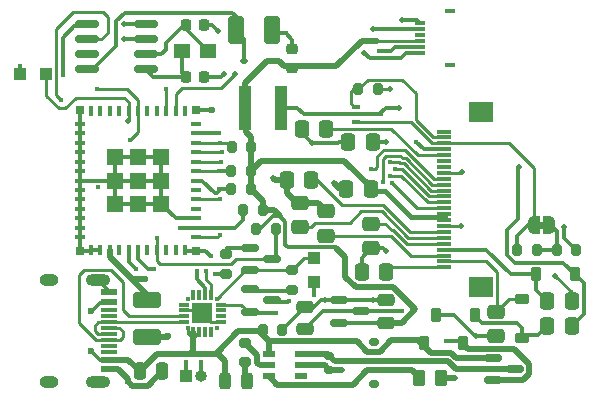
<source format=gtl>
G04 #@! TF.GenerationSoftware,KiCad,Pcbnew,7.0.1-3b83917a11~172~ubuntu22.04.1*
G04 #@! TF.CreationDate,2023-04-18T13:12:10+02:00*
G04 #@! TF.ProjectId,154-watch,3135342d-7761-4746-9368-2e6b69636164,rev?*
G04 #@! TF.SameCoordinates,Original*
G04 #@! TF.FileFunction,Copper,L1,Top*
G04 #@! TF.FilePolarity,Positive*
%FSLAX46Y46*%
G04 Gerber Fmt 4.6, Leading zero omitted, Abs format (unit mm)*
G04 Created by KiCad (PCBNEW 7.0.1-3b83917a11~172~ubuntu22.04.1) date 2023-04-18 13:12:10*
%MOMM*%
%LPD*%
G01*
G04 APERTURE LIST*
G04 Aperture macros list*
%AMRoundRect*
0 Rectangle with rounded corners*
0 $1 Rounding radius*
0 $2 $3 $4 $5 $6 $7 $8 $9 X,Y pos of 4 corners*
0 Add a 4 corners polygon primitive as box body*
4,1,4,$2,$3,$4,$5,$6,$7,$8,$9,$2,$3,0*
0 Add four circle primitives for the rounded corners*
1,1,$1+$1,$2,$3*
1,1,$1+$1,$4,$5*
1,1,$1+$1,$6,$7*
1,1,$1+$1,$8,$9*
0 Add four rect primitives between the rounded corners*
20,1,$1+$1,$2,$3,$4,$5,0*
20,1,$1+$1,$4,$5,$6,$7,0*
20,1,$1+$1,$6,$7,$8,$9,0*
20,1,$1+$1,$8,$9,$2,$3,0*%
%AMFreePoly0*
4,1,19,0.500000,-0.750000,0.000000,-0.750000,0.000000,-0.744911,-0.071157,-0.744911,-0.207708,-0.704816,-0.327430,-0.627875,-0.420627,-0.520320,-0.479746,-0.390866,-0.500000,-0.250000,-0.500000,0.250000,-0.479746,0.390866,-0.420627,0.520320,-0.327430,0.627875,-0.207708,0.704816,-0.071157,0.744911,0.000000,0.744911,0.000000,0.750000,0.500000,0.750000,0.500000,-0.750000,0.500000,-0.750000,
$1*%
%AMFreePoly1*
4,1,19,0.000000,0.744911,0.071157,0.744911,0.207708,0.704816,0.327430,0.627875,0.420627,0.520320,0.479746,0.390866,0.500000,0.250000,0.500000,-0.250000,0.479746,-0.390866,0.420627,-0.520320,0.327430,-0.627875,0.207708,-0.704816,0.071157,-0.744911,0.000000,-0.744911,0.000000,-0.750000,-0.500000,-0.750000,-0.500000,0.750000,0.000000,0.750000,0.000000,0.744911,0.000000,0.744911,
$1*%
G04 Aperture macros list end*
G04 #@! TA.AperFunction,SMDPad,CuDef*
%ADD10RoundRect,0.250000X-0.337500X-0.475000X0.337500X-0.475000X0.337500X0.475000X-0.337500X0.475000X0*%
G04 #@! TD*
G04 #@! TA.AperFunction,SMDPad,CuDef*
%ADD11RoundRect,0.150000X-0.587500X-0.150000X0.587500X-0.150000X0.587500X0.150000X-0.587500X0.150000X0*%
G04 #@! TD*
G04 #@! TA.AperFunction,SMDPad,CuDef*
%ADD12RoundRect,0.200000X-0.200000X-0.275000X0.200000X-0.275000X0.200000X0.275000X-0.200000X0.275000X0*%
G04 #@! TD*
G04 #@! TA.AperFunction,SMDPad,CuDef*
%ADD13RoundRect,0.250000X0.475000X-0.250000X0.475000X0.250000X-0.475000X0.250000X-0.475000X-0.250000X0*%
G04 #@! TD*
G04 #@! TA.AperFunction,SMDPad,CuDef*
%ADD14R,1.000000X1.000000*%
G04 #@! TD*
G04 #@! TA.AperFunction,SMDPad,CuDef*
%ADD15RoundRect,0.225000X0.225000X0.250000X-0.225000X0.250000X-0.225000X-0.250000X0.225000X-0.250000X0*%
G04 #@! TD*
G04 #@! TA.AperFunction,SMDPad,CuDef*
%ADD16R,1.193800X0.304800*%
G04 #@! TD*
G04 #@! TA.AperFunction,SMDPad,CuDef*
%ADD17R,2.006600X1.803400*%
G04 #@! TD*
G04 #@! TA.AperFunction,SMDPad,CuDef*
%ADD18R,1.092200X3.708400*%
G04 #@! TD*
G04 #@! TA.AperFunction,SMDPad,CuDef*
%ADD19R,0.406400X0.812800*%
G04 #@! TD*
G04 #@! TA.AperFunction,SMDPad,CuDef*
%ADD20R,0.812800X0.406400*%
G04 #@! TD*
G04 #@! TA.AperFunction,SMDPad,CuDef*
%ADD21R,1.447800X1.447800*%
G04 #@! TD*
G04 #@! TA.AperFunction,SMDPad,CuDef*
%ADD22R,0.711200X0.711200*%
G04 #@! TD*
G04 #@! TA.AperFunction,SMDPad,CuDef*
%ADD23RoundRect,0.225000X0.225000X0.375000X-0.225000X0.375000X-0.225000X-0.375000X0.225000X-0.375000X0*%
G04 #@! TD*
G04 #@! TA.AperFunction,ComponentPad*
%ADD24R,1.000000X1.000000*%
G04 #@! TD*
G04 #@! TA.AperFunction,ComponentPad*
%ADD25O,1.000000X1.000000*%
G04 #@! TD*
G04 #@! TA.AperFunction,SMDPad,CuDef*
%ADD26RoundRect,0.243750X0.243750X0.456250X-0.243750X0.456250X-0.243750X-0.456250X0.243750X-0.456250X0*%
G04 #@! TD*
G04 #@! TA.AperFunction,SMDPad,CuDef*
%ADD27RoundRect,0.250000X0.475000X-0.337500X0.475000X0.337500X-0.475000X0.337500X-0.475000X-0.337500X0*%
G04 #@! TD*
G04 #@! TA.AperFunction,SMDPad,CuDef*
%ADD28RoundRect,0.150000X0.825000X0.150000X-0.825000X0.150000X-0.825000X-0.150000X0.825000X-0.150000X0*%
G04 #@! TD*
G04 #@! TA.AperFunction,SMDPad,CuDef*
%ADD29R,1.450000X0.600000*%
G04 #@! TD*
G04 #@! TA.AperFunction,SMDPad,CuDef*
%ADD30R,1.450000X0.300000*%
G04 #@! TD*
G04 #@! TA.AperFunction,ComponentPad*
%ADD31O,2.100000X1.000000*%
G04 #@! TD*
G04 #@! TA.AperFunction,ComponentPad*
%ADD32O,1.600000X1.000000*%
G04 #@! TD*
G04 #@! TA.AperFunction,SMDPad,CuDef*
%ADD33RoundRect,0.112500X-0.187500X-0.112500X0.187500X-0.112500X0.187500X0.112500X-0.187500X0.112500X0*%
G04 #@! TD*
G04 #@! TA.AperFunction,SMDPad,CuDef*
%ADD34R,1.422400X1.295400*%
G04 #@! TD*
G04 #@! TA.AperFunction,SMDPad,CuDef*
%ADD35RoundRect,0.200000X0.200000X0.275000X-0.200000X0.275000X-0.200000X-0.275000X0.200000X-0.275000X0*%
G04 #@! TD*
G04 #@! TA.AperFunction,SMDPad,CuDef*
%ADD36RoundRect,0.250000X-0.475000X0.337500X-0.475000X-0.337500X0.475000X-0.337500X0.475000X0.337500X0*%
G04 #@! TD*
G04 #@! TA.AperFunction,SMDPad,CuDef*
%ADD37RoundRect,0.225000X-0.225000X-0.375000X0.225000X-0.375000X0.225000X0.375000X-0.225000X0.375000X0*%
G04 #@! TD*
G04 #@! TA.AperFunction,SMDPad,CuDef*
%ADD38RoundRect,0.250000X-0.250000X-0.475000X0.250000X-0.475000X0.250000X0.475000X-0.250000X0.475000X0*%
G04 #@! TD*
G04 #@! TA.AperFunction,SMDPad,CuDef*
%ADD39RoundRect,0.200000X-0.275000X0.200000X-0.275000X-0.200000X0.275000X-0.200000X0.275000X0.200000X0*%
G04 #@! TD*
G04 #@! TA.AperFunction,SMDPad,CuDef*
%ADD40R,0.700000X0.450000*%
G04 #@! TD*
G04 #@! TA.AperFunction,SMDPad,CuDef*
%ADD41RoundRect,0.250000X-0.412500X-0.925000X0.412500X-0.925000X0.412500X0.925000X-0.412500X0.925000X0*%
G04 #@! TD*
G04 #@! TA.AperFunction,SMDPad,CuDef*
%ADD42RoundRect,0.225000X-0.250000X0.225000X-0.250000X-0.225000X0.250000X-0.225000X0.250000X0.225000X0*%
G04 #@! TD*
G04 #@! TA.AperFunction,SMDPad,CuDef*
%ADD43RoundRect,0.250000X0.337500X0.475000X-0.337500X0.475000X-0.337500X-0.475000X0.337500X-0.475000X0*%
G04 #@! TD*
G04 #@! TA.AperFunction,SMDPad,CuDef*
%ADD44RoundRect,0.225000X0.375000X-0.225000X0.375000X0.225000X-0.375000X0.225000X-0.375000X-0.225000X0*%
G04 #@! TD*
G04 #@! TA.AperFunction,SMDPad,CuDef*
%ADD45R,0.812800X0.304800*%
G04 #@! TD*
G04 #@! TA.AperFunction,SMDPad,CuDef*
%ADD46RoundRect,0.250000X0.262500X0.450000X-0.262500X0.450000X-0.262500X-0.450000X0.262500X-0.450000X0*%
G04 #@! TD*
G04 #@! TA.AperFunction,SMDPad,CuDef*
%ADD47RoundRect,0.250000X-0.925000X0.412500X-0.925000X-0.412500X0.925000X-0.412500X0.925000X0.412500X0*%
G04 #@! TD*
G04 #@! TA.AperFunction,SMDPad,CuDef*
%ADD48RoundRect,0.150000X0.275000X-0.150000X0.275000X0.150000X-0.275000X0.150000X-0.275000X-0.150000X0*%
G04 #@! TD*
G04 #@! TA.AperFunction,SMDPad,CuDef*
%ADD49RoundRect,0.175000X0.225000X-0.175000X0.225000X0.175000X-0.225000X0.175000X-0.225000X-0.175000X0*%
G04 #@! TD*
G04 #@! TA.AperFunction,SMDPad,CuDef*
%ADD50R,0.300000X0.300000*%
G04 #@! TD*
G04 #@! TA.AperFunction,SMDPad,CuDef*
%ADD51R,0.900000X0.300000*%
G04 #@! TD*
G04 #@! TA.AperFunction,SMDPad,CuDef*
%ADD52R,0.300000X0.900000*%
G04 #@! TD*
G04 #@! TA.AperFunction,SMDPad,CuDef*
%ADD53R,1.800000X1.800000*%
G04 #@! TD*
G04 #@! TA.AperFunction,SMDPad,CuDef*
%ADD54R,0.990600X0.558800*%
G04 #@! TD*
G04 #@! TA.AperFunction,SMDPad,CuDef*
%ADD55FreePoly0,0.000000*%
G04 #@! TD*
G04 #@! TA.AperFunction,SMDPad,CuDef*
%ADD56FreePoly1,0.000000*%
G04 #@! TD*
G04 #@! TA.AperFunction,ViaPad*
%ADD57C,0.500000*%
G04 #@! TD*
G04 #@! TA.AperFunction,ViaPad*
%ADD58C,0.600000*%
G04 #@! TD*
G04 #@! TA.AperFunction,ViaPad*
%ADD59C,0.450000*%
G04 #@! TD*
G04 #@! TA.AperFunction,Conductor*
%ADD60C,0.250000*%
G04 #@! TD*
G04 #@! TA.AperFunction,Conductor*
%ADD61C,0.300000*%
G04 #@! TD*
G04 #@! TA.AperFunction,Conductor*
%ADD62C,0.500000*%
G04 #@! TD*
G04 #@! TA.AperFunction,Conductor*
%ADD63C,0.350000*%
G04 #@! TD*
G04 #@! TA.AperFunction,Conductor*
%ADD64C,0.400000*%
G04 #@! TD*
G04 APERTURE END LIST*
G04 #@! TA.AperFunction,EtchedComponent*
G36*
X117740000Y-48500000D02*
G01*
X117240000Y-48500000D01*
X117240000Y-47900000D01*
X117740000Y-47900000D01*
X117740000Y-48500000D01*
G37*
G04 #@! TD.AperFunction*
D10*
X102232500Y-52110000D03*
X104307500Y-52110000D03*
D11*
X113362500Y-59410000D03*
X113362500Y-61310000D03*
X115237500Y-60360000D03*
D12*
X115420000Y-50320000D03*
X117070000Y-50320000D03*
D13*
X97470000Y-56990000D03*
X97470000Y-55090000D03*
D14*
X75550000Y-35390000D03*
D12*
X93325000Y-48500000D03*
X94975000Y-48500000D03*
D15*
X88895000Y-35610000D03*
X87345000Y-35610000D03*
D16*
X109204400Y-51750001D03*
X109204400Y-51250000D03*
X109204400Y-50750001D03*
X109204400Y-50249999D03*
X109204400Y-49750000D03*
X109204400Y-49250001D03*
X109204400Y-48750000D03*
X109204400Y-48250001D03*
X109204400Y-47749999D03*
X109204400Y-47250000D03*
X109204400Y-46750001D03*
X109204400Y-46250000D03*
X109204400Y-45750000D03*
X109204400Y-45249999D03*
X109204400Y-44750000D03*
X109204400Y-44250001D03*
X109204400Y-43749999D03*
X109204400Y-43250000D03*
X109204400Y-42749999D03*
X109204400Y-42250000D03*
X109204400Y-41750001D03*
X109204400Y-41249999D03*
X109204400Y-40750000D03*
X109204400Y-40250001D03*
D17*
X112354399Y-53400000D03*
X112354399Y-38600000D03*
D18*
X95375000Y-38250000D03*
X92377800Y-38250000D03*
D13*
X104325000Y-56425000D03*
X104325000Y-54525000D03*
D12*
X91200000Y-43575000D03*
X92850000Y-43575000D03*
D19*
X79305100Y-50299998D03*
X80105101Y-50299998D03*
X80905100Y-50299998D03*
X81705101Y-50299998D03*
X82505099Y-50299998D03*
X83305100Y-50299998D03*
X84105101Y-50299998D03*
X84905099Y-50299998D03*
X85705100Y-50299998D03*
X86505099Y-50299998D03*
X87305100Y-50299998D03*
D20*
X88205100Y-49200001D03*
X88205100Y-48400000D03*
X88205100Y-47599999D03*
X88205100Y-46800000D03*
X88205100Y-45999999D03*
X88205100Y-45200001D03*
X88205100Y-44400000D03*
X88205100Y-43599999D03*
X88205100Y-42800001D03*
X88205100Y-42000000D03*
X88205100Y-41200001D03*
X88205100Y-40400000D03*
X88205100Y-39600002D03*
D19*
X87305100Y-38500002D03*
X86505099Y-38500002D03*
X85705100Y-38500002D03*
X84905099Y-38500002D03*
X84105101Y-38500002D03*
X83305100Y-38500002D03*
X82505099Y-38500002D03*
X81705101Y-38500002D03*
X80905100Y-38500002D03*
X80105101Y-38500002D03*
X79305100Y-38500002D03*
D20*
X78405100Y-39599999D03*
X78405100Y-40400000D03*
X78405100Y-41200001D03*
X78405100Y-42000000D03*
X78405100Y-42800001D03*
X78405100Y-43599999D03*
X78405100Y-44400000D03*
X78405100Y-45200001D03*
X78405100Y-45999999D03*
X78405100Y-46800000D03*
X78405100Y-47599999D03*
X78405100Y-48400000D03*
X78405100Y-49199998D03*
D21*
X83305100Y-44400000D03*
D22*
X78355100Y-38450000D03*
X88255100Y-38450000D03*
X88255100Y-50350000D03*
X78355100Y-50350000D03*
D21*
X81330100Y-42425000D03*
X83305100Y-42425000D03*
X85280100Y-42425000D03*
X85280100Y-44400000D03*
X85280100Y-46375000D03*
X83305100Y-46375000D03*
X81330100Y-46375000D03*
X81330100Y-44400000D03*
D10*
X95887500Y-44375000D03*
X97962500Y-44375000D03*
D23*
X110800000Y-58180000D03*
X107500000Y-58180000D03*
D24*
X87350000Y-60950000D03*
D25*
X88620000Y-60950000D03*
D26*
X92547500Y-61390000D03*
X90672500Y-61390000D03*
D12*
X91200000Y-45100000D03*
X92850000Y-45100000D03*
D10*
X100937500Y-45125000D03*
X103012500Y-45125000D03*
D12*
X101950000Y-36675000D03*
X103600000Y-36675000D03*
D27*
X103050000Y-50112500D03*
X103050000Y-48037500D03*
D28*
X83970000Y-34980000D03*
X83970000Y-33710000D03*
X83970000Y-32440000D03*
X83970000Y-31170000D03*
X79020000Y-31170000D03*
X79020000Y-32440000D03*
X79020000Y-33710000D03*
X79020000Y-34980000D03*
D11*
X92762500Y-53600000D03*
X92762500Y-55500000D03*
X94637500Y-54550000D03*
D29*
X80845000Y-53875000D03*
X80845000Y-54675000D03*
D30*
X80845000Y-55875000D03*
X80845000Y-56875000D03*
X80845000Y-57375000D03*
X80845000Y-58375000D03*
D29*
X80845000Y-59575000D03*
X80845000Y-60375000D03*
X80845000Y-60375000D03*
X80845000Y-59575000D03*
D30*
X80845000Y-58875000D03*
X80845000Y-57875000D03*
X80845000Y-56375000D03*
X80845000Y-55375000D03*
D29*
X80845000Y-54675000D03*
X80845000Y-53875000D03*
D31*
X79930000Y-52805000D03*
D32*
X75750000Y-52805000D03*
D31*
X79930000Y-61445000D03*
D32*
X75750000Y-61445000D03*
D33*
X92306250Y-34287500D03*
X94406250Y-34287500D03*
D34*
X89212200Y-33415000D03*
X87027800Y-33415000D03*
D12*
X118740000Y-50320000D03*
X120390000Y-50320000D03*
D27*
X113630000Y-57577500D03*
X113630000Y-55502500D03*
D35*
X95525000Y-57060000D03*
X93875000Y-57060000D03*
D14*
X98200000Y-50960000D03*
D36*
X97000000Y-46287500D03*
X97000000Y-48362500D03*
D37*
X108510000Y-55790000D03*
X111810000Y-55790000D03*
D38*
X83450000Y-60550000D03*
X85350000Y-60550000D03*
D39*
X90725000Y-50650000D03*
X90725000Y-52300000D03*
D40*
X101750000Y-38150000D03*
X101750000Y-39450000D03*
X103750000Y-38800000D03*
D41*
X91575000Y-31670000D03*
X94650000Y-31670000D03*
D42*
X96360000Y-33285000D03*
X96360000Y-34835000D03*
D43*
X120017500Y-54610000D03*
X117942500Y-54610000D03*
D44*
X115850000Y-57720000D03*
X115850000Y-54420000D03*
D11*
X100287500Y-54525000D03*
X100287500Y-56425000D03*
X102162500Y-55475000D03*
D35*
X92875000Y-41525000D03*
X91225000Y-41525000D03*
D45*
X107201000Y-31080000D03*
X107201000Y-31579999D03*
X107201000Y-32080001D03*
X107201000Y-32580000D03*
X107201000Y-33080001D03*
X107201000Y-33580000D03*
D20*
X109714122Y-34580001D03*
X109714122Y-30079999D03*
D39*
X96375000Y-51975000D03*
X96375000Y-53625000D03*
D14*
X98200000Y-53000000D03*
D35*
X93850000Y-46925000D03*
X92200000Y-46925000D03*
D46*
X108960000Y-61130000D03*
X107135000Y-61130000D03*
D47*
X84100000Y-54537500D03*
X84100000Y-57612500D03*
D48*
X99510000Y-60440000D03*
X99510000Y-59240000D03*
D49*
X103285000Y-61590000D03*
X103285000Y-58090000D03*
D39*
X92370000Y-58130000D03*
X92370000Y-59780000D03*
D11*
X92762500Y-50100000D03*
X92762500Y-52000000D03*
X94637500Y-51050000D03*
D50*
X87500000Y-54400000D03*
D51*
X87200000Y-54900000D03*
X87200000Y-55400000D03*
X87200000Y-55900000D03*
X87200000Y-56400000D03*
D50*
X87500000Y-56900000D03*
D52*
X88000000Y-57200000D03*
X88500000Y-57200000D03*
X89000000Y-57200000D03*
X89500000Y-57200000D03*
D50*
X90000000Y-56900000D03*
D51*
X90300000Y-56400000D03*
X90300000Y-55900000D03*
X90300000Y-55400000D03*
X90300000Y-54900000D03*
D50*
X90000000Y-54400000D03*
D52*
X89500000Y-54100000D03*
X89000000Y-54100000D03*
X88500000Y-54100000D03*
X88000000Y-54100000D03*
D53*
X88750000Y-55650000D03*
D36*
X99250000Y-46987500D03*
X99250000Y-49062500D03*
D10*
X101087500Y-41100000D03*
X103162500Y-41100000D03*
D14*
X73330000Y-35390000D03*
D10*
X117932500Y-56700000D03*
X120007500Y-56700000D03*
X97187500Y-40000000D03*
X99262500Y-40000000D03*
D37*
X117010000Y-52340000D03*
X120310000Y-52340000D03*
D15*
X88895000Y-31220000D03*
X87345000Y-31220000D03*
D54*
X97080000Y-60990002D03*
X97080000Y-60040001D03*
X97080000Y-59090000D03*
X94362200Y-59090000D03*
X94362200Y-60040001D03*
X94362200Y-60990002D03*
D55*
X116840000Y-48200000D03*
D56*
X118140000Y-48200000D03*
D57*
X110110000Y-61140000D03*
D58*
X81330100Y-46375000D03*
X85875000Y-57600000D03*
X89575000Y-38425000D03*
X82425000Y-61375000D03*
D57*
X111950000Y-57570000D03*
X103200000Y-54525000D03*
X104650000Y-36675000D03*
D58*
X85280100Y-46375000D03*
D57*
X90090000Y-31730000D03*
X82090000Y-31160000D03*
X118600000Y-52440000D03*
X100580000Y-60460000D03*
X99900000Y-44625000D03*
X104275000Y-50325000D03*
X110700000Y-43710000D03*
X110670000Y-48260000D03*
X98025000Y-41225000D03*
D59*
X95812500Y-31920000D03*
D57*
X119360000Y-48330000D03*
X94775000Y-44225000D03*
X99175000Y-54525000D03*
X105658781Y-30772500D03*
D58*
X81330100Y-42425000D03*
D59*
X89450000Y-50800000D03*
D57*
X90570000Y-35350000D03*
D58*
X79300000Y-58825000D03*
X79300000Y-55475000D03*
D57*
X105647122Y-56425000D03*
D58*
X83900000Y-52750000D03*
D59*
X90250000Y-46000000D03*
X104025000Y-44550000D03*
X103000000Y-43450000D03*
X90375000Y-42000000D03*
D57*
X105370500Y-38275000D03*
X115530000Y-43240000D03*
D59*
X105025000Y-43400000D03*
X85700000Y-36675000D03*
X90350000Y-42800000D03*
X104630000Y-43990000D03*
X104600000Y-42850000D03*
D57*
X91480000Y-35405500D03*
D59*
X104850000Y-44650000D03*
X90225000Y-48975000D03*
D57*
X104325000Y-41100000D03*
D59*
X106860000Y-41120000D03*
X105692967Y-55432338D03*
X109390000Y-58000000D03*
D57*
X82089500Y-32430000D03*
D59*
X86875000Y-48400000D03*
X90200000Y-43600000D03*
X76914500Y-35469001D03*
D57*
X102440000Y-33580000D03*
D59*
X76800000Y-37600000D03*
X90200000Y-45100000D03*
X103710000Y-33410000D03*
D57*
X103170000Y-31592000D03*
D59*
X90274999Y-41200001D03*
X79925000Y-44975000D03*
X84900000Y-49300000D03*
X98200000Y-54130000D03*
X94950000Y-55650000D03*
X89825000Y-52300000D03*
X90125000Y-40400000D03*
X96100000Y-54625000D03*
X87350000Y-59750000D03*
X83125000Y-51875000D03*
X88600000Y-59750000D03*
X84650000Y-51875000D03*
X73340000Y-34710000D03*
X82590000Y-41000000D03*
X88275000Y-52075000D03*
X79820000Y-36680000D03*
D57*
X82500000Y-39400000D03*
D59*
X89025000Y-52050000D03*
D60*
X113677699Y-55454801D02*
X113630000Y-55502500D01*
X112749399Y-51250000D02*
X113677699Y-52178300D01*
X113677699Y-52178300D02*
X113677699Y-55454801D01*
X113630000Y-55502500D02*
X114712500Y-54420000D01*
X109204400Y-51250000D02*
X112749399Y-51250000D01*
X114712500Y-54420000D02*
X115850000Y-54420000D01*
D61*
X78405100Y-44400000D02*
X83275000Y-44400000D01*
D60*
X120017500Y-54610000D02*
X120017500Y-53857500D01*
D62*
X84125000Y-61775000D02*
X82825000Y-61775000D01*
X94925000Y-44375000D02*
X94775000Y-44225000D01*
D63*
X95812500Y-31920000D02*
X94900000Y-31920000D01*
D60*
X80845000Y-53875000D02*
X80845000Y-53720000D01*
D61*
X89580000Y-31220000D02*
X90090000Y-31730000D01*
D63*
X89550000Y-38450000D02*
X89575000Y-38425000D01*
X104062500Y-50112500D02*
X104275000Y-50325000D01*
D61*
X96360000Y-33285000D02*
X96360000Y-32467500D01*
D62*
X99510000Y-60440000D02*
X100560000Y-60440000D01*
D63*
X99175000Y-54525000D02*
X103200000Y-54525000D01*
D62*
X82425000Y-61175000D02*
X81625000Y-60375000D01*
X108960000Y-61130000D02*
X110100000Y-61130000D01*
D61*
X85280100Y-42425000D02*
X85280100Y-46375000D01*
D63*
X110020000Y-55790000D02*
X108510000Y-55790000D01*
D62*
X100400000Y-45125000D02*
X99900000Y-44625000D01*
D61*
X100250000Y-41225000D02*
X100350000Y-41125000D01*
D62*
X96762500Y-46287500D02*
X95887500Y-45412500D01*
D63*
X111957500Y-57577500D02*
X111950000Y-57570000D01*
D60*
X110660001Y-48250001D02*
X110670000Y-48260000D01*
X120017500Y-53857500D02*
X118600000Y-52440000D01*
D61*
X81330100Y-46375000D02*
X81330100Y-42425000D01*
D63*
X98775000Y-54525000D02*
X99175000Y-54525000D01*
X99115000Y-54525000D02*
X98935000Y-54525000D01*
D62*
X82425000Y-61375000D02*
X82425000Y-61175000D01*
D61*
X88255100Y-50350000D02*
X89000000Y-50350000D01*
D62*
X85350000Y-60550000D02*
X84125000Y-61775000D01*
D61*
X96360000Y-32467500D02*
X95812500Y-31920000D01*
D63*
X82100000Y-31170000D02*
X82090000Y-31160000D01*
D61*
X89000000Y-50350000D02*
X89450000Y-50800000D01*
D62*
X97080000Y-60040001D02*
X99110001Y-60040001D01*
X97000000Y-46287500D02*
X96762500Y-46287500D01*
D63*
X102232500Y-52110000D02*
X102232500Y-50930000D01*
D62*
X110100000Y-61130000D02*
X110110000Y-61140000D01*
X84100000Y-57612500D02*
X85862500Y-57612500D01*
D63*
X111807500Y-57577500D02*
X110020000Y-55790000D01*
D61*
X100350000Y-41125000D02*
X101062500Y-41125000D01*
D63*
X113630000Y-57577500D02*
X111957500Y-57577500D01*
X119360000Y-49290000D02*
X120390000Y-50320000D01*
D61*
X79255098Y-50350000D02*
X79305100Y-50299998D01*
X97187500Y-40387500D02*
X98025000Y-41225000D01*
D62*
X99110001Y-60040001D02*
X99510000Y-60440000D01*
X97000000Y-46287500D02*
X98550000Y-46287500D01*
D63*
X102232500Y-50930000D02*
X103050000Y-50112500D01*
D60*
X109204400Y-43749999D02*
X110660001Y-43749999D01*
X109204400Y-48250001D02*
X110660001Y-48250001D01*
D61*
X83275000Y-44400000D02*
X85280100Y-44400000D01*
D62*
X81625000Y-60375000D02*
X80845000Y-60375000D01*
D61*
X86505099Y-47599999D02*
X85280100Y-46375000D01*
D63*
X103050000Y-50112500D02*
X104062500Y-50112500D01*
X111950000Y-57570000D02*
X111942500Y-57577500D01*
D61*
X88895000Y-31220000D02*
X89580000Y-31220000D01*
D60*
X80845000Y-53720000D02*
X79930000Y-52805000D01*
D61*
X90310000Y-35610000D02*
X90570000Y-35350000D01*
X81330100Y-42425000D02*
X85280100Y-42425000D01*
D63*
X111942500Y-57577500D02*
X111807500Y-57577500D01*
D60*
X110660001Y-43749999D02*
X110700000Y-43710000D01*
D62*
X82825000Y-61775000D02*
X82425000Y-61375000D01*
X95887500Y-45412500D02*
X95887500Y-44375000D01*
D63*
X88255100Y-38450000D02*
X89550000Y-38450000D01*
D61*
X87355102Y-50350000D02*
X87305100Y-50299998D01*
D63*
X83970000Y-31170000D02*
X82100000Y-31170000D01*
D62*
X95887500Y-44375000D02*
X94925000Y-44375000D01*
X85862500Y-57612500D02*
X85875000Y-57600000D01*
D61*
X98025000Y-41225000D02*
X100250000Y-41225000D01*
D63*
X97470000Y-55115000D02*
X95525000Y-57060000D01*
D61*
X88895000Y-35610000D02*
X90310000Y-35610000D01*
D63*
X99175000Y-54525000D02*
X99115000Y-54525000D01*
X97470000Y-55090000D02*
X97470000Y-55115000D01*
X103200000Y-54525000D02*
X104325000Y-54525000D01*
D61*
X106893500Y-30772500D02*
X105658781Y-30772500D01*
D62*
X98550000Y-46287500D02*
X99250000Y-46987500D01*
D61*
X79305100Y-50299998D02*
X80105101Y-50299998D01*
X88255100Y-50350000D02*
X87355102Y-50350000D01*
D63*
X97470000Y-55090000D02*
X98210000Y-55090000D01*
D61*
X97187500Y-40000000D02*
X97187500Y-40387500D01*
X88205100Y-47599999D02*
X86505099Y-47599999D01*
D60*
X103600000Y-36675000D02*
X104650000Y-36675000D01*
D61*
X107201000Y-31080000D02*
X106893500Y-30772500D01*
D62*
X100937500Y-45125000D02*
X100400000Y-45125000D01*
D61*
X85280100Y-46375000D02*
X81330100Y-46375000D01*
X78355100Y-38450000D02*
X78355100Y-50350000D01*
X78355100Y-50350000D02*
X79255098Y-50350000D01*
D63*
X98210000Y-55090000D02*
X98775000Y-54525000D01*
D62*
X100560000Y-60440000D02*
X100580000Y-60460000D01*
D63*
X119360000Y-48330000D02*
X119360000Y-49290000D01*
D62*
X101807800Y-57992200D02*
X94402200Y-57992200D01*
X90672500Y-59692500D02*
X90672500Y-61390000D01*
X110261771Y-59410000D02*
X109837270Y-58985499D01*
X89920000Y-59050000D02*
X87700000Y-59050000D01*
X87700000Y-59050000D02*
X84900000Y-59050000D01*
X89975000Y-58995000D02*
X89920000Y-59050000D01*
D60*
X79300000Y-58825000D02*
X80050000Y-59575000D01*
D62*
X88000000Y-57850000D02*
X88000000Y-57200000D01*
D60*
X80100000Y-54675000D02*
X79300000Y-55475000D01*
D62*
X88000000Y-58750000D02*
X88000000Y-57850000D01*
X83450000Y-60500000D02*
X83450000Y-60550000D01*
X83450000Y-60550000D02*
X82475000Y-59575000D01*
X94362200Y-58032200D02*
X94402200Y-57992200D01*
X104721812Y-57930000D02*
X107030000Y-57930000D01*
X87700000Y-59050000D02*
X88000000Y-58750000D01*
D60*
X88500000Y-57200000D02*
X88000000Y-57700000D01*
D62*
X84900000Y-59050000D02*
X83450000Y-60500000D01*
X82475000Y-59575000D02*
X80845000Y-59575000D01*
D60*
X87500000Y-57350000D02*
X88000000Y-57850000D01*
X80050000Y-59575000D02*
X80845000Y-59575000D01*
X88000000Y-57700000D02*
X88000000Y-57850000D01*
D62*
X91790000Y-57180000D02*
X89975000Y-58995000D01*
D60*
X80845000Y-54675000D02*
X80100000Y-54675000D01*
X87500000Y-56900000D02*
X87500000Y-57350000D01*
D62*
X108085499Y-58985499D02*
X107100000Y-58000000D01*
X93590000Y-57180000D02*
X91790000Y-57180000D01*
X94362200Y-59090000D02*
X94362200Y-58032200D01*
X103766812Y-58885000D02*
X102700600Y-58885000D01*
X113362500Y-59410000D02*
X110261771Y-59410000D01*
X104721812Y-57930000D02*
X103766812Y-58885000D01*
X107030000Y-57930000D02*
X107100000Y-58000000D01*
X94402200Y-57992200D02*
X93590000Y-57180000D01*
X89975000Y-58995000D02*
X90672500Y-59692500D01*
X102700600Y-58885000D02*
X101807800Y-57992200D01*
X109837270Y-58985499D02*
X108085499Y-58985499D01*
X100870000Y-52542878D02*
X100870000Y-50870000D01*
D63*
X100287500Y-56425000D02*
X104325000Y-56425000D01*
D62*
X92850000Y-40700000D02*
X92475000Y-40325000D01*
D63*
X95970000Y-50020000D02*
X100020000Y-50020000D01*
D62*
X100770000Y-42740000D02*
X93685000Y-42740000D01*
X80905100Y-50299998D02*
X80905100Y-50855100D01*
D64*
X103183637Y-45296137D02*
X104250823Y-45296137D01*
D62*
X103012500Y-45125000D02*
X103012500Y-44982500D01*
X103012500Y-44982500D02*
X100770000Y-42740000D01*
D63*
X93325000Y-48500000D02*
X93650000Y-48500000D01*
D62*
X100870000Y-50870000D02*
X100095000Y-50095000D01*
X105647122Y-56425000D02*
X104325000Y-56425000D01*
D60*
X103578000Y-32580000D02*
X103570000Y-32572000D01*
D62*
X93850000Y-46100000D02*
X93850000Y-46925000D01*
D64*
X106404686Y-47450000D02*
X109270000Y-47450000D01*
D60*
X107201000Y-32580000D02*
X103578000Y-32580000D01*
D62*
X80905100Y-50855100D02*
X82825000Y-52775000D01*
X106790000Y-55282122D02*
X104932878Y-53425000D01*
X100100000Y-34740000D02*
X102268000Y-32572000D01*
D63*
X92377800Y-40227800D02*
X92475000Y-40325000D01*
D62*
X84100000Y-54050000D02*
X84100000Y-54537500D01*
D63*
X92377800Y-38250000D02*
X92377800Y-40227800D01*
D62*
X92377800Y-36162200D02*
X92377800Y-38250000D01*
D63*
X95300000Y-47425000D02*
X95775000Y-47900000D01*
X95775000Y-47900000D02*
X95775000Y-49825000D01*
D62*
X104932878Y-53425000D02*
X101752122Y-53425000D01*
X101752122Y-53425000D02*
X100870000Y-52542878D01*
X94800000Y-46925000D02*
X95300000Y-47425000D01*
D63*
X94725000Y-47425000D02*
X95300000Y-47425000D01*
D62*
X102268000Y-32572000D02*
X103570000Y-32572000D01*
X82825000Y-52775000D02*
X83875000Y-52775000D01*
D63*
X93650000Y-48500000D02*
X94725000Y-47425000D01*
D62*
X92850000Y-45100000D02*
X93850000Y-46100000D01*
X94406250Y-34287500D02*
X95217500Y-34287500D01*
X105647122Y-56425000D02*
X106790000Y-55282122D01*
X95670000Y-34740000D02*
X100100000Y-34740000D01*
X94406250Y-34287500D02*
X94252500Y-34287500D01*
X82825000Y-52775000D02*
X84100000Y-54050000D01*
X83875000Y-52775000D02*
X83900000Y-52750000D01*
X92850000Y-45100000D02*
X92850000Y-40700000D01*
D63*
X95775000Y-49825000D02*
X95970000Y-50020000D01*
D64*
X104250823Y-45296137D02*
X106404686Y-47450000D01*
D62*
X95217500Y-34287500D02*
X95670000Y-34740000D01*
X93850000Y-46925000D02*
X94800000Y-46925000D01*
X94252500Y-34287500D02*
X92377800Y-36162200D01*
X93685000Y-42740000D02*
X92850000Y-43575000D01*
D63*
X100020000Y-50020000D02*
X100095000Y-50095000D01*
X117132500Y-57500000D02*
X117932500Y-56700000D01*
X115850000Y-57500000D02*
X117132500Y-57500000D01*
X115400000Y-56460000D02*
X115850000Y-56910000D01*
X115850000Y-56910000D02*
X115850000Y-57720000D01*
X111810000Y-55850000D02*
X112420000Y-56460000D01*
X112420000Y-56460000D02*
X115400000Y-56460000D01*
D60*
X108236534Y-44750000D02*
X109204400Y-44750000D01*
X105997532Y-42510998D02*
X108236534Y-44750000D01*
X104025000Y-44550000D02*
X104025000Y-42575000D01*
X90250000Y-46000000D02*
X88205100Y-45999999D01*
X105497239Y-42300000D02*
X105708237Y-42510998D01*
X104025000Y-42575000D02*
X104300000Y-42300000D01*
X104300000Y-42300000D02*
X105497239Y-42300000D01*
X105708237Y-42510998D02*
X105997532Y-42510998D01*
X103550000Y-42350000D02*
X104100000Y-41800000D01*
X103550000Y-43275000D02*
X103550000Y-42350000D01*
X105915154Y-41800000D02*
X108365155Y-44250001D01*
X103000000Y-43450000D02*
X103375000Y-43450000D01*
X108365155Y-44250001D02*
X109204400Y-44250001D01*
X104100000Y-41800000D02*
X105915154Y-41800000D01*
X103375000Y-43450000D02*
X103550000Y-43275000D01*
X90375000Y-42000000D02*
X88205100Y-42000000D01*
D61*
X121040000Y-53070000D02*
X121040000Y-55667500D01*
X114560000Y-50705746D02*
X115214254Y-51360000D01*
X115520000Y-47650000D02*
X115520000Y-43250000D01*
X103750000Y-38800000D02*
X97350000Y-38800000D01*
X115520000Y-43250000D02*
X115530000Y-43240000D01*
X97350000Y-38800000D02*
X96800000Y-38250000D01*
X115520000Y-47650000D02*
X114560000Y-48610000D01*
X115214254Y-51360000D02*
X119330000Y-51360000D01*
X121040000Y-55667500D02*
X120007500Y-56700000D01*
X120310000Y-52340000D02*
X121040000Y-53070000D01*
X104275000Y-38275000D02*
X103750000Y-38800000D01*
X119330000Y-51360000D02*
X120310000Y-52340000D01*
X114560000Y-48610000D02*
X114560000Y-50705746D01*
X96800000Y-38250000D02*
X95375000Y-38250000D01*
X105370500Y-38275000D02*
X104275000Y-38275000D01*
X84600000Y-35610000D02*
X83970000Y-34980000D01*
X87027800Y-33415000D02*
X87027800Y-35292800D01*
X87345000Y-35610000D02*
X84600000Y-35610000D01*
X87027800Y-35292800D02*
X87345000Y-35610000D01*
D60*
X85700000Y-36675000D02*
X85700000Y-38494902D01*
X85700000Y-38494902D02*
X85705100Y-38500002D01*
X107979294Y-45750000D02*
X109204400Y-45750000D01*
X105629294Y-43400000D02*
X107979294Y-45750000D01*
X105025000Y-43400000D02*
X105629294Y-43400000D01*
X104630000Y-43990000D02*
X105589968Y-43990000D01*
X105589968Y-43990000D02*
X107849968Y-46250000D01*
X90350000Y-42800000D02*
X88205100Y-42800001D01*
X107849968Y-46250000D02*
X109204400Y-46250000D01*
X91480000Y-35405500D02*
X90295500Y-36590000D01*
X105813413Y-42955499D02*
X108107913Y-45249999D01*
X108107913Y-45249999D02*
X109204400Y-45249999D01*
X90295500Y-36590000D02*
X86990000Y-36590000D01*
X105418620Y-42850000D02*
X105524119Y-42955499D01*
X104600000Y-42850000D02*
X105418620Y-42850000D01*
X86505099Y-37074901D02*
X86505099Y-38500002D01*
X105524119Y-42955499D02*
X105813413Y-42955499D01*
X86990000Y-36590000D02*
X86505099Y-37074901D01*
X89999999Y-49200001D02*
X88205100Y-49200001D01*
X104850000Y-44650000D02*
X106950001Y-46750001D01*
X90225000Y-48975000D02*
X89999999Y-49200001D01*
X106950001Y-46750001D02*
X109204400Y-46750001D01*
X109204400Y-42250000D02*
X106993774Y-42250000D01*
X106993774Y-42250000D02*
X104743774Y-40000000D01*
X104743774Y-40000000D02*
X99262500Y-40000000D01*
X104667499Y-51750001D02*
X109204400Y-51750001D01*
X104307500Y-52110000D02*
X104667499Y-51750001D01*
D61*
X103162500Y-41100000D02*
X104325000Y-41100000D01*
X107490001Y-41750001D02*
X109204400Y-41750001D01*
X106860000Y-41120000D02*
X107490001Y-41750001D01*
D60*
X99250000Y-49062500D02*
X104752500Y-49062500D01*
X104752500Y-49062500D02*
X106440001Y-50750001D01*
X106440001Y-50750001D02*
X109204400Y-50750001D01*
X104081359Y-46505499D02*
X100605499Y-46505499D01*
X100605499Y-46505499D02*
X98475000Y-44375000D01*
X109204400Y-48750000D02*
X106325860Y-48750000D01*
X106325860Y-48750000D02*
X104081359Y-46505499D01*
X98475000Y-44375000D02*
X97962500Y-44375000D01*
X104767999Y-48617999D02*
X104936619Y-48617999D01*
X103050000Y-48037500D02*
X104187500Y-48037500D01*
X104187500Y-48037500D02*
X104767999Y-48617999D01*
X104936619Y-48617999D02*
X106068620Y-49750000D01*
X106068620Y-49750000D02*
X109204400Y-49750000D01*
X106197241Y-49250001D02*
X109204400Y-49250001D01*
X98275000Y-48000000D02*
X101225000Y-48000000D01*
X97912500Y-48362500D02*
X98275000Y-48000000D01*
X103959241Y-47012001D02*
X106197241Y-49250001D01*
X101225000Y-48000000D02*
X102212999Y-47012001D01*
X102212999Y-47012001D02*
X103959241Y-47012001D01*
X97000000Y-48362500D02*
X97912500Y-48362500D01*
D61*
X114850000Y-52340000D02*
X117010000Y-52340000D01*
X112759999Y-50249999D02*
X114850000Y-52340000D01*
X109204400Y-50249999D02*
X112759999Y-50249999D01*
X117010000Y-52340000D02*
X117010000Y-53677500D01*
X117010000Y-53677500D02*
X117942500Y-54610000D01*
X85640000Y-32753900D02*
X87173900Y-31220000D01*
X87345000Y-31220000D02*
X87345000Y-31547800D01*
X83970000Y-33710000D02*
X85260000Y-33710000D01*
X87173900Y-31220000D02*
X87345000Y-31220000D01*
X85640000Y-33330000D02*
X85640000Y-32753900D01*
X85260000Y-33710000D02*
X85640000Y-33330000D01*
X87345000Y-31547800D02*
X89212200Y-33415000D01*
D63*
X91610000Y-30490000D02*
X91575000Y-30525000D01*
X92306250Y-34287500D02*
X92306250Y-32401250D01*
X81470000Y-32970391D02*
X81470000Y-30890000D01*
X91575000Y-30525000D02*
X91575000Y-31670000D01*
X91300000Y-30180000D02*
X91610000Y-30490000D01*
X79460391Y-34980000D02*
X81470000Y-32970391D01*
X79020000Y-34980000D02*
X79460391Y-34980000D01*
X92306250Y-32401250D02*
X91575000Y-31670000D01*
X82180000Y-30180000D02*
X91300000Y-30180000D01*
X81470000Y-30890000D02*
X82180000Y-30180000D01*
D62*
X113362500Y-61310000D02*
X115866457Y-61310000D01*
D63*
X102162500Y-55475000D02*
X98985000Y-55475000D01*
X109390000Y-58000000D02*
X110620000Y-58000000D01*
D62*
X111285000Y-58665000D02*
X110800000Y-58180000D01*
D63*
X110620000Y-58000000D02*
X110800000Y-58180000D01*
X102162500Y-55475000D02*
X105650305Y-55475000D01*
D62*
X116420000Y-59930000D02*
X115155000Y-58665000D01*
X115155000Y-58665000D02*
X111285000Y-58665000D01*
D63*
X105650305Y-55475000D02*
X105692967Y-55432338D01*
X98985000Y-55475000D02*
X97470000Y-56990000D01*
D62*
X115866457Y-61310000D02*
X116420000Y-60756457D01*
X116420000Y-60756457D02*
X116420000Y-59930000D01*
X92370000Y-59780000D02*
X92370000Y-61212500D01*
X92370000Y-61212500D02*
X92547500Y-61390000D01*
D60*
X106386479Y-39450000D02*
X101750000Y-39450000D01*
X114719999Y-41249999D02*
X116840000Y-43370000D01*
X109204400Y-41249999D02*
X114719999Y-41249999D01*
D61*
X116290000Y-48200000D02*
X115420000Y-49070000D01*
D60*
X116840000Y-43370000D02*
X116840000Y-48200000D01*
D61*
X116840000Y-48200000D02*
X116290000Y-48200000D01*
X115420000Y-49070000D02*
X115420000Y-50320000D01*
D60*
X109204400Y-41249999D02*
X108186478Y-41249999D01*
X108186478Y-41249999D02*
X106386479Y-39450000D01*
X109204400Y-40750000D02*
X108315099Y-40750000D01*
X106810000Y-37006901D02*
X105683099Y-35880000D01*
X101300000Y-37850000D02*
X101300000Y-36875000D01*
X102745000Y-35880000D02*
X101950000Y-36675000D01*
X105683099Y-35880000D02*
X102745000Y-35880000D01*
X101500000Y-36675000D02*
X101950000Y-36675000D01*
X101300000Y-36875000D02*
X101500000Y-36675000D01*
X101750000Y-38150000D02*
X101600000Y-38150000D01*
X108315099Y-40750000D02*
X106810000Y-39244901D01*
X106810000Y-39244901D02*
X106810000Y-37006901D01*
X101600000Y-38150000D02*
X101300000Y-37850000D01*
D61*
X92200000Y-47700000D02*
X92200000Y-46925000D01*
X83960000Y-32430000D02*
X83970000Y-32440000D01*
X82089500Y-32430000D02*
X83960000Y-32430000D01*
X91500000Y-48400000D02*
X92200000Y-47700000D01*
X86875000Y-48400000D02*
X88205100Y-48400000D01*
X90100000Y-48400000D02*
X91500000Y-48400000D01*
X90100000Y-48400000D02*
X88205100Y-48400000D01*
X91175000Y-43600000D02*
X91200000Y-43575000D01*
D60*
X90200000Y-43600000D02*
X88205100Y-43599999D01*
D61*
X106010000Y-33580000D02*
X105540000Y-34050000D01*
X102910000Y-34050000D02*
X102440000Y-33580000D01*
X77910000Y-31330000D02*
X76914500Y-32325500D01*
X76914500Y-32325500D02*
X76914500Y-35469001D01*
X90200000Y-43600000D02*
X91175000Y-43600000D01*
X78860000Y-31330000D02*
X77910000Y-31330000D01*
X105540000Y-34050000D02*
X102910000Y-34050000D01*
X107201000Y-33580000D02*
X106010000Y-33580000D01*
D60*
X77800000Y-30140000D02*
X76370000Y-31570000D01*
X76370000Y-37170000D02*
X76800000Y-37600000D01*
D61*
X105060000Y-33080000D02*
X104730000Y-33410000D01*
X90200000Y-45250000D02*
X90000000Y-45450000D01*
D60*
X80160000Y-32440000D02*
X80730000Y-31870000D01*
X80310000Y-30140000D02*
X77800000Y-30140000D01*
X76370000Y-31570000D02*
X76370000Y-37170000D01*
X80730000Y-31870000D02*
X80730000Y-30560000D01*
D61*
X90200000Y-45100000D02*
X91200000Y-45100000D01*
X90000000Y-45450000D02*
X89800000Y-45450000D01*
X89800000Y-45450000D02*
X88750000Y-44400000D01*
D60*
X80730000Y-30560000D02*
X80310000Y-30140000D01*
D61*
X90200000Y-45100000D02*
X90200000Y-45250000D01*
X104730000Y-33410000D02*
X103710000Y-33410000D01*
D60*
X79020000Y-32440000D02*
X80160000Y-32440000D01*
D61*
X88750000Y-44400000D02*
X88205100Y-44400000D01*
X107201000Y-33080001D02*
X105060000Y-33080000D01*
D60*
X90900001Y-41200001D02*
X91225000Y-41525000D01*
D61*
X107201000Y-31579999D02*
X103182001Y-31579999D01*
D60*
X88205100Y-41200001D02*
X90274999Y-41200001D01*
X90274999Y-41200001D02*
X90900001Y-41200001D01*
D61*
X103182001Y-31579999D02*
X103170000Y-31592000D01*
D60*
X78750000Y-51975000D02*
X81000000Y-51975000D01*
X80845000Y-56875000D02*
X81700000Y-56875000D01*
X78350000Y-56475000D02*
X78350000Y-52375000D01*
X82000000Y-57175000D02*
X82000000Y-57675000D01*
X82000000Y-55375000D02*
X82525000Y-55900000D01*
X79750000Y-57875000D02*
X78350000Y-56475000D01*
X81800000Y-57875000D02*
X80845000Y-57875000D01*
X78350000Y-52375000D02*
X78750000Y-51975000D01*
X80845000Y-57875000D02*
X79750000Y-57875000D01*
X82000000Y-52975000D02*
X82000000Y-55375000D01*
X82000000Y-57675000D02*
X81800000Y-57875000D01*
X81700000Y-56875000D02*
X82000000Y-57175000D01*
X82525000Y-55900000D02*
X87200000Y-55900000D01*
X81000000Y-51975000D02*
X82000000Y-52975000D01*
X80845000Y-56375000D02*
X79950000Y-56375000D01*
X79650000Y-56675000D02*
X79650000Y-57125000D01*
X79900000Y-57375000D02*
X80845000Y-57375000D01*
X79950000Y-56375000D02*
X79650000Y-56675000D01*
X87200000Y-56400000D02*
X80870000Y-56400000D01*
X79650000Y-57125000D02*
X79900000Y-57375000D01*
X80870000Y-56400000D02*
X80845000Y-56375000D01*
D61*
X118140000Y-48320000D02*
X118370000Y-48320000D01*
X118370000Y-48320000D02*
X118740000Y-48690000D01*
X118140000Y-48200000D02*
X118140000Y-48320000D01*
X118740000Y-48690000D02*
X118740000Y-50320000D01*
X118740000Y-50320000D02*
X117070000Y-50320000D01*
D63*
X90875000Y-50100000D02*
X90725000Y-50250000D01*
X92762500Y-50100000D02*
X90875000Y-50100000D01*
X90725000Y-50250000D02*
X90725000Y-50650000D01*
D60*
X98230000Y-50960000D02*
X97390000Y-50960000D01*
X92400000Y-52000000D02*
X92762500Y-52000000D01*
X90000000Y-54400000D02*
X92400000Y-52000000D01*
X92762500Y-52000000D02*
X96350000Y-52000000D01*
X96350000Y-52000000D02*
X96375000Y-51975000D01*
X97390000Y-50960000D02*
X96375000Y-51975000D01*
X84905099Y-50299998D02*
X84905099Y-49305099D01*
X91200000Y-51450000D02*
X91537500Y-51112500D01*
X85150000Y-51450000D02*
X91200000Y-51450000D01*
X84905099Y-51205099D02*
X85150000Y-51450000D01*
X91600000Y-51050000D02*
X91537500Y-51112500D01*
X94637500Y-51050000D02*
X91600000Y-51050000D01*
X84905099Y-50299998D02*
X84905099Y-51205099D01*
X84905099Y-49305099D02*
X84900000Y-49300000D01*
D63*
X94975000Y-48500000D02*
X94975000Y-50712500D01*
X94975000Y-50712500D02*
X94637500Y-51050000D01*
X96250000Y-53750000D02*
X96375000Y-53625000D01*
X92762500Y-53750000D02*
X96250000Y-53750000D01*
X98200000Y-54130000D02*
X98200000Y-53000000D01*
D60*
X90300000Y-54900000D02*
X92012500Y-54900000D01*
X92012500Y-54900000D02*
X92762500Y-55650000D01*
D63*
X90725000Y-52300000D02*
X89825000Y-52300000D01*
X94950000Y-55650000D02*
X92762500Y-55650000D01*
X90125000Y-40400000D02*
X88205100Y-40400000D01*
X96025000Y-54700000D02*
X96100000Y-54625000D01*
X94637500Y-54700000D02*
X96025000Y-54700000D01*
D62*
X99360000Y-59090000D02*
X99510000Y-59240000D01*
X99960000Y-59690000D02*
X109559599Y-59690000D01*
X97080000Y-59090000D02*
X99360000Y-59090000D01*
X109559599Y-59690000D02*
X110229599Y-60360000D01*
X99510000Y-59240000D02*
X99960000Y-59690000D01*
X110229599Y-60360000D02*
X115237500Y-60360000D01*
X106465000Y-60460000D02*
X107135000Y-61130000D01*
X101465598Y-61714402D02*
X102720000Y-60460000D01*
X102720000Y-60460000D02*
X106465000Y-60460000D01*
X95086600Y-61714402D02*
X101465598Y-61714402D01*
X94362200Y-60990002D02*
X95086600Y-61714402D01*
X93421900Y-59181900D02*
X93421900Y-59814400D01*
X93421900Y-59814400D02*
X93647501Y-60040001D01*
X93647501Y-60040001D02*
X94362200Y-60040001D01*
X92370000Y-58130000D02*
X93421900Y-59181900D01*
D61*
X82505099Y-51255099D02*
X83125000Y-51875000D01*
X87350000Y-59750000D02*
X87350000Y-60950000D01*
X82505099Y-50299998D02*
X82505099Y-51255099D01*
X83305100Y-51005100D02*
X84175000Y-51875000D01*
X88600000Y-59750000D02*
X88600000Y-60930000D01*
X83305100Y-50299998D02*
X83305100Y-51005100D01*
X84175000Y-51875000D02*
X84650000Y-51875000D01*
X88600000Y-60930000D02*
X88620000Y-60950000D01*
X88275000Y-52775000D02*
X88275000Y-52075000D01*
D60*
X83300000Y-39450000D02*
X83300000Y-38505102D01*
D61*
X89000000Y-54100000D02*
X89000000Y-53500000D01*
D60*
X82410000Y-36680000D02*
X79820000Y-36680000D01*
D61*
X89000000Y-53500000D02*
X88275000Y-52775000D01*
D60*
X83305100Y-37575100D02*
X82410000Y-36680000D01*
X73340000Y-35380000D02*
X73330000Y-35390000D01*
X73340000Y-34710000D02*
X73340000Y-35380000D01*
X83305100Y-37735100D02*
X83305100Y-37575100D01*
X83305100Y-38500002D02*
X83305100Y-37735100D01*
X83300000Y-40290000D02*
X82590000Y-41000000D01*
X83300000Y-39450000D02*
X83300000Y-40290000D01*
X83300000Y-38505102D02*
X83305100Y-38500002D01*
X82505099Y-38500002D02*
X82505099Y-37785099D01*
X75550000Y-37240000D02*
X75550000Y-35390000D01*
X89025000Y-52050000D02*
X89025000Y-52750000D01*
X78060000Y-37380000D02*
X77140000Y-38300000D01*
X89500000Y-53225000D02*
X89500000Y-54100000D01*
X89025000Y-52750000D02*
X89500000Y-53225000D01*
X82505099Y-38500002D02*
X82505099Y-39394901D01*
X77140000Y-38300000D02*
X76610000Y-38300000D01*
X82100000Y-37380000D02*
X78060000Y-37380000D01*
X82505099Y-37785099D02*
X82100000Y-37380000D01*
X82505099Y-39394901D02*
X82500000Y-39400000D01*
X76610000Y-38300000D02*
X75550000Y-37240000D01*
X87200000Y-55400000D02*
X88500000Y-55400000D01*
X88500000Y-55400000D02*
X88750000Y-55650000D01*
X89500000Y-56400000D02*
X88750000Y-55650000D01*
X90300000Y-56400000D02*
X89500000Y-56400000D01*
M02*

</source>
